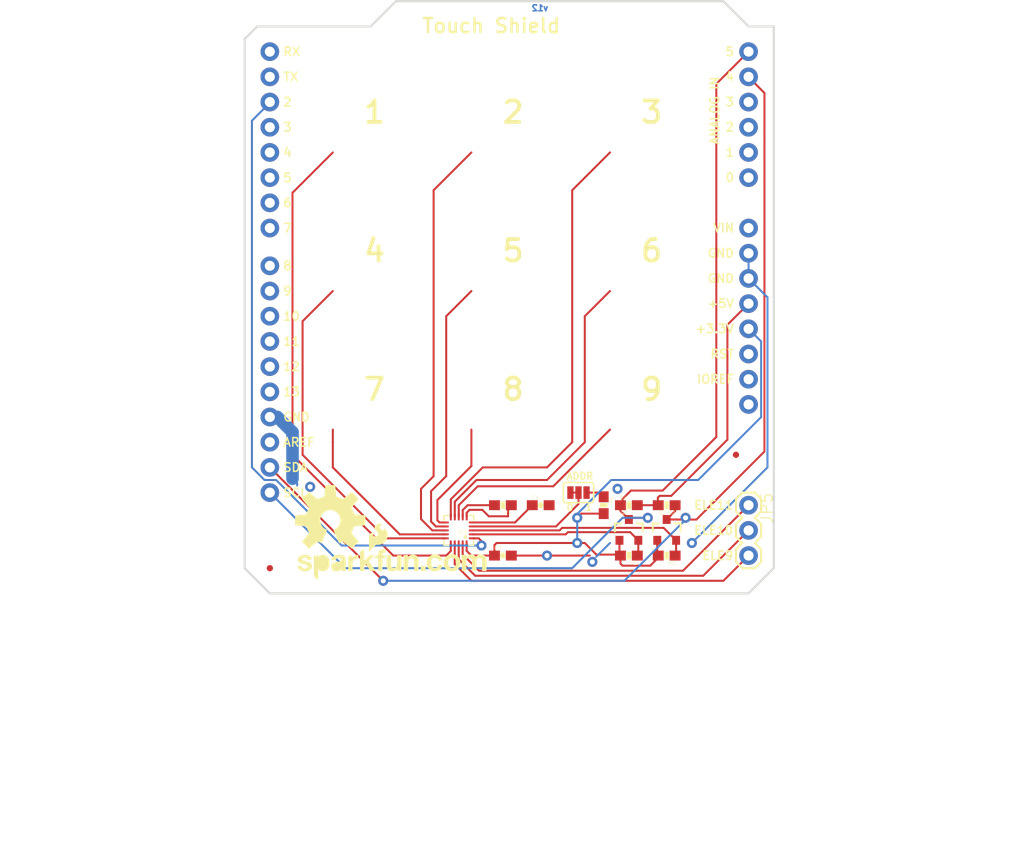
<source format=kicad_pcb>
(kicad_pcb (version 20211014) (generator pcbnew)
  (layers (0 "F.Cu" signal) (31 "B.Cu" signal) (34 "B.Paste" user) (35 "F.Paste" user) (36 "B.SilkS" user "B.Silkscreen") (37 "F.SilkS" user "F.Silkscreen") (38 "B.Mask" user) (39 "F.Mask" user) (44 "Edge.Cuts" user))
  (net 0 "")
  (net 1 "VREG")
  (net 2 "*IRQ")
  (net 3 "SCL_L")
  (net 4 "SDA_L")
  (net 5 "REXT")
  (net 6 "GND")
  (net 7 "ELE11")
  (net 8 "ELE10")
  (net 9 "ELE9")
  (net 10 "PAD1")
  (net 11 "PAD4")
  (net 12 "PAD8")
  (net 13 "PAD7")
  (net 14 "PAD2")
  (net 15 "PAD5")
  (net 16 "PAD9")
  (net 17 "PAD6")
  (net 18 "PAD3")
  (net 19 "3.3V")
  (net 20 "5V")
  (net 21 "SCL_H")
  (net 22 "SDA_H")
  (net 23 "A0")
  (net 24 "A1")
  (net 25 "A2")
  (net 26 "A3")
  (net 27 "RESET")
  (net 28 "VIN")
  (net 29 "AREF")
  (net 30 "RX")
  (net 31 "TX")
  (net 32 "D3")
  (net 33 "D4")
  (net 34 "D5")
  (net 35 "D6")
  (net 36 "D7")
  (net 37 "D8")
  (net 38 "D9")
  (net 39 "D10")
  (net 40 "D11")
  (net 41 "D12")
  (net 42 "D13")
  (net 43 "N$1")
  (net 44 "N$2")
  (net 45 "IOREF")
  (footprint "boardEagle:SFE-NEW-WEBLOGO" (layer "F.Cu") (at 127.1651 133.5278)
    (fp_text reference "JP1" hide)
    (fp_text value "LOGO-SFENEW" hide)
  )
  (footprint "boardEagle:0603-RES" (layer "F.Cu") (at 147.8661 125.9586 180)
    (fp_text reference "R1" (at -0.889 -0.762) (layer "F.SilkS") (effects (font (size 0.376489 0.376489) (thickness 0.029911)) (justify right)))
    (fp_text value "75k")
    (pad "1" smd rect (at -0.85 0 180) (size 1.1 1) (layers "F.Cu" "F.Paste" "F.Mask") (net 6 "GND"))
    (pad "2" smd rect (at 0.85 0 180) (size 1.1 1) (layers "F.Cu" "F.Paste" "F.Mask") (net 5 "REXT"))
  )
  (footprint "boardEagle:MICRO-FIDUCIAL" (layer "F.Cu") (at 124.3711 132.3086)
    (fp_text reference "FID1" hide)
    (fp_text value "FIDUCIALUFIDUCIAL" hide)
    (pad "1" smd roundrect (at 0 0) (size 0.635 0.635) (layers "F.Cu" "F.Mask") (roundrect_rratio 0.5))
  )
  (footprint "boardEagle:0603-RES" (layer "F.Cu") (at 164.3761 131.0386 180)
    (fp_text reference "R3" (at -0.889 -0.762) (layer "F.SilkS") (effects (font (size 0.376489 0.376489) (thickness 0.029911)) (justify right)))
    (fp_text value "10k")
    (pad "1" smd rect (at -0.85 0 180) (size 1.1 1) (layers "F.Cu" "F.Paste" "F.Mask") (net 4 "SDA_L"))
    (pad "2" smd rect (at 0.85 0 180) (size 1.1 1) (layers "F.Cu" "F.Paste" "F.Mask") (net 19 "3.3V"))
  )
  (footprint "boardEagle:MICRO-FIDUCIAL" (layer "F.Cu") (at 171.3611 120.8786)
    (fp_text reference "FID2" hide)
    (fp_text value "FIDUCIALUFIDUCIAL" hide)
    (pad "1" smd roundrect (at 0 0) (size 0.635 0.635) (layers "F.Cu" "F.Mask") (roundrect_rratio 0.5))
  )
  (footprint "boardEagle:OSHW-LOGO-L" (layer "F.Cu") (at 130.4671 127.4826)
    (fp_text reference "U$5" hide)
    (fp_text value "OSHW-LOGOL" hide)
  )
  (footprint "boardEagle:0603-CAP" (layer "F.Cu") (at 147.8661 131.0386)
    (fp_text reference "C2" (at -0.889 -0.762) (layer "F.SilkS") (effects (font (size 0.376489 0.376489) (thickness 0.029911)) (justify left)))
    (fp_text value "0.1uF")
    (pad "1" smd rect (at -0.85 0) (size 1.1 1) (layers "F.Cu" "F.Paste" "F.Mask") (net 19 "3.3V"))
    (pad "2" smd rect (at 0.85 0) (size 1.1 1) (layers "F.Cu" "F.Paste" "F.Mask") (net 6 "GND"))
  )
  (footprint "boardEagle:0603-RES" (layer "F.Cu") (at 160.5661 125.9586)
    (fp_text reference "R4" (at -0.889 -0.762) (layer "F.SilkS") (effects (font (size 0.376489 0.376489) (thickness 0.029911)) (justify left)))
    (fp_text value "10k")
    (pad "1" smd rect (at -0.85 0) (size 1.1 1) (layers "F.Cu" "F.Paste" "F.Mask") (net 21 "SCL_H"))
    (pad "2" smd rect (at 0.85 0) (size 1.1 1) (layers "F.Cu" "F.Paste" "F.Mask") (net 20 "5V"))
  )
  (footprint "boardEagle:0603-RES" (layer "F.Cu") (at 160.5661 131.0386 180)
    (fp_text reference "R5" (at -0.889 -0.762) (layer "F.SilkS") (effects (font (size 0.376489 0.376489) (thickness 0.029911)) (justify right)))
    (fp_text value "10k")
    (pad "1" smd rect (at -0.85 0 180) (size 1.1 1) (layers "F.Cu" "F.Paste" "F.Mask") (net 3 "SCL_L"))
    (pad "2" smd rect (at 0.85 0 180) (size 1.1 1) (layers "F.Cu" "F.Paste" "F.Mask") (net 19 "3.3V"))
  )
  (footprint "boardEagle:SOT23-3" (layer "F.Cu") (at 164.3761 128.4986)
    (fp_text reference "Q1" (at -0.8255 -1.778) (layer "F.SilkS") (effects (font (size 0.376489 0.376489) (thickness 0.029911)) (justify left)))
    (fp_text value "BSS138")
    (pad "1" smd rect (at -0.95 1) (size 0.8 0.9) (layers "F.Cu" "F.Paste" "F.Mask") (net 19 "3.3V"))
    (pad "2" smd rect (at 0.95 1) (size 0.8 0.9) (layers "F.Cu" "F.Paste" "F.Mask") (net 4 "SDA_L"))
    (pad "3" smd rect (at 0 -1.1) (size 0.8 0.9) (layers "F.Cu" "F.Paste" "F.Mask") (net 22 "SDA_H"))
  )
  (footprint "boardEagle:0603-CAP" (layer "F.Cu") (at 151.6761 125.9586)
    (fp_text reference "C1" (at -0.889 -0.762) (layer "F.SilkS") (effects (font (size 0.376489 0.376489) (thickness 0.029911)) (justify left)))
    (fp_text value "0.1uF")
    (pad "1" smd rect (at -0.85 0) (size 1.1 1) (layers "F.Cu" "F.Paste" "F.Mask") (net 1 "VREG"))
    (pad "2" smd rect (at 0.85 0) (size 1.1 1) (layers "F.Cu" "F.Paste" "F.Mask") (net 6 "GND"))
  )
  (footprint "boardEagle:UNO_R3_SHIELD" (layer "F.Cu") (at 121.8311 134.8486)
    (fp_text reference "U1" hide)
    (fp_text value "ARDUINO_R3_SHIELD" hide)
    (fp_text user "GND" (at 49.4157 -34.798) (layer "F.SilkS") (effects (font (size 0.8636 0.8636) (thickness 0.1524)) (justify right top)))
    (fp_text user "SDA" (at 3.81 -12.192) (layer "F.SilkS") (effects (font (size 0.8636 0.8636) (thickness 0.1524)) (justify left bottom)))
    (fp_text user "6" (at 3.81 -38.862) (layer "F.SilkS") (effects (font (size 0.8636 0.8636) (thickness 0.1524)) (justify left bottom)))
    (fp_text user "IOREF" (at 49.4157 -22.098) (layer "F.SilkS") (effects (font (size 0.8636 0.8636) (thickness 0.1524)) (justify right top)))
    (fp_text user "2" (at 3.81 -49.022) (layer "F.SilkS") (effects (font (size 0.8636 0.8636) (thickness 0.1524)) (justify left bottom)))
    (fp_text user "1" (at 49.4157 -44.958) (layer "F.SilkS") (effects (font (size 0.8636 0.8636) (thickness 0.1524)) (justify right top)))
    (fp_text user "3" (at 49.4157 -50.038) (layer "F.SilkS") (effects (font (size 0.8636 0.8636) (thickness 0.1524)) (justify right top)))
    (fp_text user "GND" (at 49.4157 -32.258) (layer "F.SilkS") (effects (font (size 0.8636 0.8636) (thickness 0.1524)) (justify right top)))
    (fp_text user "VIN" (at 49.4157 -37.338) (layer "F.SilkS") (effects (font (size 0.8636 0.8636) (thickness 0.1524)) (justify right top)))
    (fp_text user "+3.3V" (at 49.4157 -27.178) (layer "F.SilkS") (effects (font (size 0.8636 0.8636) (thickness 0.1524)) (justify right top)))
    (fp_text user "RST" (at 49.4157 -24.638) (layer "F.SilkS") (effects (font (size 0.8636 0.8636) (thickness 0.1524)) (justify right top)))
    (fp_text user "SCL" (at 3.81 -9.652) (layer "F.SilkS") (effects (font (size 0.8636 0.8636) (thickness 0.1524)) (justify left bottom)))
    (fp_text user "12" (at 3.81 -22.352) (layer "F.SilkS") (effects (font (size 0.8636 0.8636) (thickness 0.1524)) (justify left bottom)))
    (fp_text user "9" (at 3.81 -29.972) (layer "F.SilkS") (effects (font (size 0.8636 0.8636) (thickness 0.1524)) (justify left bottom)))
    (fp_text user "RX" (at 3.81 -54.102) (layer "F.SilkS") (effects (font (size 0.8636 0.8636) (thickness 0.1524)) (justify left bottom)))
    (fp_text user "5" (at 3.81 -41.402) (layer "F.SilkS") (effects (font (size 0.8636 0.8636) (thickness 0.1524)) (justify left bottom)))
    (fp_text user "GND" (at 3.81 -17.272) (layer "F.SilkS") (effects (font (size 0.8636 0.8636) (thickness 0.1524)) (justify left bottom)))
    (fp_text user "+5V" (at 49.4157 -29.718) (layer "F.SilkS") (effects (font (size 0.8636 0.8636) (thickness 0.1524)) (justify right top)))
    (fp_text user "11" (at 3.81 -24.892) (layer "F.SilkS") (effects (font (size 0.8636 0.8636) (thickness 0.1524)) (justify left bottom)))
    (fp_text user "4" (at 3.81 -43.942) (layer "F.SilkS") (effects (font (size 0.8636 0.8636) (thickness 0.1524)) (justify left bottom)))
    (fp_text user "13" (at 3.81 -19.812) (layer "F.SilkS") (effects (font (size 0.8636 0.8636) (thickness 0.1524)) (justify left bottom)))
    (fp_text user "0" (at 49.4157 -42.418) (layer "F.SilkS") (effects (font (size 0.8636 0.8636) (thickness 0.1524)) (justify right top)))
    (fp_text user "AREF" (at 3.81 -14.732) (layer "F.SilkS") (effects (font (size 0.8636 0.8636) (thickness 0.1524)) (justify left bottom)))
    (fp_text user "4" (at 49.4157 -52.578) (layer "F.SilkS") (effects (font (size 0.8636 0.8636) (thickness 0.1524)) (justify right top)))
    (fp_text user "2" (at 49.4157 -47.498) (layer "F.SilkS") (effects (font (size 0.8636 0.8636) (thickness 0.1524)) (justify right top)))
    (fp_text user "8" (at 3.81 -32.512) (layer "F.SilkS") (effects (font (size 0.8636 0.8636) (thickness 0.1524)) (justify left bottom)))
    (fp_text user "3" (at 3.81 -46.482) (layer "F.SilkS") (effects (font (size 0.8636 0.8636) (thickness 0.1524)) (justify left bottom)))
    (fp_text user "TX" (at 3.81 -51.562) (layer "F.SilkS") (effects (font (size 0.8636 0.8636) (thickness 0.1524)) (justify left bottom)))
    (fp_text user "7" (at 3.81 -36.322) (layer "F.SilkS") (effects (font (size 0.8636 0.8636) (thickness 0.1524)) (justify left bottom)))
    (fp_text user "ANALOG IN" (at 46.8757 -52.197 90) (layer "F.SilkS") (effects (font (size 0.8636 0.8636) (thickness 0.1524)) (justify right top)))
    (fp_text user "5" (at 49.4157 -55.118) (layer "F.SilkS") (effects (font (size 0.8636 0.8636) (thickness 0.1524)) (justify right top)))
    (fp_text user "10" (at 3.81 -27.432) (layer "F.SilkS") (effects (font (size 0.8636 0.8636) (thickness 0.1524)) (justify left bottom)))
    (pad "3.3V" thru_hole circle (at 50.8 -26.67 90) (size 1.8796 1.8796) (drill 1.016) (layers *.Cu *.Mask) (net 19 "3.3V"))
    (pad "5V" thru_hole circle (at 50.8 -29.21 90) (size 1.8796 1.8796) (drill 1.016) (layers *.Cu *.Mask) (net 20 "5V"))
    (pad "A0" thru_hole circle (at 50.8 -41.91 90) (size 1.8796 1.8796) (drill 1.016) (layers *.Cu *.Mask) (net 23 "A0"))
    (pad "A1" thru_hole circle (at 50.8 -44.45 90) (size 1.8796 1.8796) (drill 1.016) (layers *.Cu *.Mask) (net 24 "A1"))
    (pad "A2" thru_hole circle (at 50.8 -46.99 90) (size 1.8796 1.8796) (drill 1.016) (layers *.Cu *.Mask) (net 25 "A2"))
    (pad "A3" thru_hole circle (at 50.8 -49.53 90) (size 1.8796 1.8796) (drill 1.016) (layers *.Cu *.Mask) (net 26 "A3"))
    (pad "A4" thru_hole circle (at 50.8 -52.07 90) (size 1.8796 1.8796) (drill 1.016) (layers *.Cu *.Mask) (net 22 "SDA_H"))
    (pad "A5" thru_hole circle (at 50.8 -54.61 90) (size 1.8796 1.8796) (drill 1.016) (layers *.Cu *.Mask) (net 21 "SCL_H"))
    (pad "AREF" thru_hole circle (at 2.54 -15.24 90) (size 1.8796 1.8796) (drill 1.016) (layers *.Cu *.Mask) (net 29 "AREF"))
    (pad "D2" thru_hole circle (at 2.54 -49.53 90) (size 1.8796 1.8796) (drill 1.016) (layers *.Cu *.Mask) (net 2 "*IRQ"))
    (pad "D3" thru_hole circle (at 2.54 -46.99 90) (size 1.8796 1.8796) (drill 1.016) (layers *.Cu *.Mask) (net 32 "D3"))
    (pad "D4" thru_hole circle (at 2.54 -44.45 90) (size 1.8796 1.8796) (drill 1.016) (layers *.Cu *.Mask) (net 33 "D4"))
    (pad "D5" thru_hole circle (at 2.54 -41.91 90) (size 1.8796 1.8796) (drill 1.016) (layers *.Cu *.Mask) (net 34 "D5"))
    (pad "D6" thru_hole circle (at 2.54 -39.37 90) (size 1.8796 1.8796) (drill 1.016) (layers *.Cu *.Mask) (net 35 "D6"))
    (pad "D7" thru_hole circle (at 2.54 -36.83 90) (size 1.8796 1.8796) (drill 1.016) (layers *.Cu *.Mask) (net 36 "D7"))
    (pad "D8" thru_hole circle (at 2.54 -33.02 90) (size 1.8796 1.8796) (drill 1.016) (layers *.Cu *.Mask) (net 37 "D8"))
    (pad "D9" thru_hole circle (at 2.54 -30.48 90) (size 1.8796 1.8796) (drill 1.016) (layers *.Cu *.Mask) (net 38 "D9"))
    (pad "D10" thru_hole circle (at 2.54 -27.94 90) (size 1.8796 1.8796) (drill 1.016) (layers *.Cu *.Mask) (net 39 "D10"))
    (pad "D11" thru_hole circle (at 2.54 -25.4 90) (size 1.8796 1.8796) (drill 1.016) (layers *.Cu *.Mask) (net 40 "D11"))
    (pad "D12" thru_hole circle (at 2.54 -22.86 90) (size 1.8796 1.8796) (drill 1.016) (layers *.Cu *.Mask) (net 41 "D12"))
    (pad "D13" thru_hole circle (at 2.54 -20.32 90) (size 1.8796 1.8796) (drill 1.016) (layers *.Cu *.Mask) (net 42 "D13"))
    (pad "GND@0" thru_hole circle (at 50.8 -31.75 90) (size 1.8796 1.8796) (drill 1.016) (layers *.Cu *.Mask) (net 6 "GND"))
    (pad "GND@1" thru_hole circle (at 50.8 -34.29 90) (size 1.8796 1.8796) (drill 1.016) (layers *.Cu *.Mask) (net 6 "GND"))
    (pad "GND@2" thru_hole circle (at 2.54 -17.78 90) (size 1.8796 1.8796) (drill 1.016) (layers *.Cu *.Mask) (net 6 "GND"))
    (pad "IOREF" thru_hole circle (at 50.8 -21.59 90) (size 1.8796 1.8796) (drill 1.016) (layers *.Cu *.Mask) (net 45 "IOREF"))
    (pad "NC" thru_hole circle (at 50.8 -19.05 90) (size 1.8796 1.8796) (drill 1.016) (layers *.Cu *.Mask))
    (pad "RES" thru_hole circle (at 50.8 -24.13 90) (size 1.8796 1.8796) (drill 1.016) (layers *.Cu *.Mask) (net 27 "RESET"))
    (pad "RX" thru_hole circle (at 2.54 -54.61 90) (size 1.8796 1.8796) (drill 1.016) (layers *.Cu *.Mask) (net 30 "RX"))
    (pad "SCL" thru_hole circle (at 2.54 -10.16 90) (size 1.8796 1.8796) (drill 1.016) (layers *.Cu *.Mask) (net 21 "SCL_H"))
    (pad "SDA" thru_hole circle (at 2.54 -12.7 90) (size 1.8796 1.8796) (drill 1.016) (layers *.Cu *.Mask) (net 22 "SDA_H"))
    (pad "TX" thru_hole circle (at 2.54 -52.07 90) (size 1.8796 1.8796) (drill 1.016) (layers *.Cu *.Mask) (net 31 "TX"))
    (pad "VIN" thru_hole circle (at 50.8 -36.83 90) (size 1.8796 1.8796) (drill 1.016) (layers *.Cu *.Mask) (net 28 "VIN"))
  )
  (footprint "boardEagle:SJ_3_PASTE1&2" (layer "F.Cu") (at 155.4861 124.6886)
    (fp_text reference "SJ1" (at -1.27 -1.27) (layer "F.SilkS") (effects (font (size 0.376489 0.376489) (thickness 0.029911)) (justify left)))
    (fp_text value "")
    (pad "1" smd rect (at -0.8128 0) (size 0.635 1.27) (layers "F.Cu" "F.Mask") (net 6 "GND"))
    (pad "2" smd rect (at 0 0) (size 0.635 1.27) (layers "F.Cu" "F.Mask") (net 43 "N$1"))
    (pad "3" smd rect (at 0.8128 0) (size 0.635 1.27) (layers "F.Cu" "F.Mask") (net 44 "N$2"))
  )
  (footprint "boardEagle:SOT23-3" (layer "F.Cu") (at 160.5661 128.4986)
    (fp_text reference "Q2" (at -0.8255 -1.778) (layer "F.SilkS") (effects (font (size 0.376489 0.376489) (thickness 0.029911)) (justify left)))
    (fp_text value "BSS138")
    (pad "1" smd rect (at -0.95 1) (size 0.8 0.9) (layers "F.Cu" "F.Paste" "F.Mask") (net 19 "3.3V"))
    (pad "2" smd rect (at 0.95 1) (size 0.8 0.9) (layers "F.Cu" "F.Paste" "F.Mask") (net 3 "SCL_L"))
    (pad "3" smd rect (at 0 -1.1) (size 0.8 0.9) (layers "F.Cu" "F.Paste" "F.Mask") (net 21 "SCL_H"))
  )
  (footprint "boardEagle:REVISION" (layer "F.Cu") (at 128.8161 160.2486)
    (fp_text reference "U$1" hide)
    (fp_text value "REVISION" hide)
  )
  (footprint "boardEagle:CREATIVE_COMMONS" (layer "F.Cu") (at 117.490644 157.7086)
    (fp_text reference "FRAME1" hide)
    (fp_text value "FRAME-LETTER" hide)
  )
  (footprint "boardEagle:QFN-20-0.4MM-V2" (layer "F.Cu") (at 143.4211 128.4986 180)
    (fp_text reference "IC1" (at -0.889 -0.2032) (layer "F.SilkS") (effects (font (size 0.376489 0.376489) (thickness 0.029911)) (justify right)))
    (fp_text value "MPR121")
    (pad "1" smd roundrect (at -1.366978 -0.8 270) (size 0.195 0.75) (layers "F.Cu" "F.Paste" "F.Mask") (roundrect_rratio 0.5) (net 2 "*IRQ"))
    (pad "2" smd roundrect (at -1.366978 -0.4 270) (size 0.195 0.75) (layers "F.Cu" "F.Paste" "F.Mask") (roundrect_rratio 0.5) (net 3 "SCL_L"))
    (pad "3" smd roundrect (at -1.366978 0 270) (size 0.195 0.75) (layers "F.Cu" "F.Paste" "F.Mask") (roundrect_rratio 0.5) (net 4 "SDA_L"))
    (pad "4" smd roundrect (at -1.366978 0.4 270) (size 0.195 0.75) (layers "F.Cu" "F.Paste" "F.Mask") (roundrect_rratio 0.5) (net 43 "N$1"))
    (pad "5" smd roundrect (at -1.366978 0.8 270) (size 0.195 0.75) (layers "F.Cu" "F.Paste" "F.Mask") (roundrect_rratio 0.5) (net 1 "VREG"))
    (pad "6" smd roundrect (at -0.794918 1.372059) (size 0.195 0.75) (layers "F.Cu" "F.Paste" "F.Mask") (roundrect_rratio 0.5) (net 6 "GND"))
    (pad "7" smd roundrect (at -0.394918 1.372059) (size 0.195 0.75) (layers "F.Cu" "F.Paste" "F.Mask") (roundrect_rratio 0.5) (net 5 "REXT"))
    (pad "8" smd roundrect (at 0.005081 1.372059) (size 0.195 0.75) (layers "F.Cu" "F.Paste" "F.Mask") (roundrect_rratio 0.5) (net 16 "PAD9"))
    (pad "9" smd roundrect (at 0.405081 1.372059) (size 0.195 0.75) (layers "F.Cu" "F.Paste" "F.Mask") (roundrect_rratio 0.5) (net 17 "PAD6"))
    (pad "10" smd roundrect (at 0.805081 1.372059) (size 0.195 0.75) (layers "F.Cu" "F.Paste" "F.Mask") (roundrect_rratio 0.5) (net 18 "PAD3"))
    (pad "11" smd roundrect (at 1.3746 0.8 90) (size 0.195 0.75) (layers "F.Cu" "F.Paste" "F.Mask") (roundrect_rratio 0.5) (net 12 "PAD8"))
    (pad "12" smd roundrect (at 1.3746 0.4 90) (size 0.195 0.75) (layers "F.Cu" "F.Paste" "F.Mask") (roundrect_rratio 0.5) (net 15 "PAD5"))
    (pad "13" smd roundrect (at 1.3746 0 90) (size 0.195 0.75) (layers "F.Cu" "F.Paste" "F.Mask") (roundrect_rratio 0.5) (net 14 "PAD2"))
    (pad "14" smd roundrect (at 1.3746 -0.4 90) (size 0.195 0.75) (layers "F.Cu" "F.Paste" "F.Mask") (roundrect_rratio 0.5) (net 13 "PAD7"))
    (pad "15" smd roundrect (at 1.3746 -0.8 90) (size 0.195 0.75) (layers "F.Cu" "F.Paste" "F.Mask") (roundrect_rratio 0.5) (net 11 "PAD4"))
    (pad "16" smd roundrect (at 0.810159 -1.372062 180) (size 0.195 0.75) (layers "F.Cu" "F.Paste" "F.Mask") (roundrect_rratio 0.5) (net 10 "PAD1"))
    (pad "17" smd roundrect (at 0.410159 -1.372062 180) (size 0.195 0.75) (layers "F.Cu" "F.Paste" "F.Mask") (roundrect_rratio 0.5) (net 9 "ELE9"))
    (pad "18" smd roundrect (at 0.010159 -1.372062 180) (size 0.195 0.75) (layers "F.Cu" "F.Paste" "F.Mask") (roundrect_rratio 0.5) (net 8 "ELE10"))
    (pad "19" smd roundrect (at -0.38984 -1.372062 180) (size 0.195 0.75) (layers "F.Cu" "F.Paste" "F.Mask") (roundrect_rratio 0.5) (net 7 "ELE11"))
    (pad "20" smd roundrect (at -0.78984 -1.372062 180) (size 0.195 0.75) (layers "F.Cu" "F.Paste" "F.Mask") (roundrect_rratio 0.5) (net 19 "3.3V"))
  )
  (footprint "boardEagle:1X03" (layer "F.Cu") (at 172.6311 125.9586 -90)
    (fp_text reference "JP5" (at -1.3462 -1.8288 90) (layer "F.SilkS") (effects (font (size 1.1557 1.1557) (thickness 0.1143)) (justify right)))
    (fp_text value "extra")
    (pad "1" thru_hole circle (at 0 0) (size 1.8796 1.8796) (drill 1.016) (layers *.Cu *.Mask) (net 7 "ELE11"))
    (pad "2" thru_hole circle (at 2.54 0) (size 1.8796 1.8796) (drill 1.016) (layers *.Cu *.Mask) (net 8 "ELE10"))
    (pad "3" thru_hole circle (at 5.08 0) (size 1.8796 1.8796) (drill 1.016) (layers *.Cu *.Mask) (net 9 "ELE9"))
  )
  (footprint "boardEagle:0603-RES" (layer "F.Cu") (at 158.0261 125.9586 -90)
    (fp_text reference "R6" (at -0.889 -0.762 90) (layer "F.SilkS") (effects (font (size 0.376489 0.376489) (thickness 0.029911)) (justify right)))
    (fp_text value "10K")
    (pad "1" smd rect (at -0.85 0 270) (size 1.1 1) (layers "F.Cu" "F.Paste" "F.Mask") (net 44 "N$2"))
    (pad "2" smd rect (at 0.85 0 270) (size 1.1 1) (layers "F.Cu" "F.Paste" "F.Mask") (net 19 "3.3V"))
  )
  (footprint "boardEagle:0603-RES" (layer "F.Cu") (at 164.3761 125.9586 180)
    (fp_text reference "R2" (at -0.889 -0.762) (layer "F.SilkS") (effects (font (size 0.376489 0.376489) (thickness 0.029911)) (justify right)))
    (fp_text value "10k")
    (pad "1" smd rect (at -0.85 0 180) (size 1.1 1) (layers "F.Cu" "F.Paste" "F.Mask") (net 22 "SDA_H"))
    (pad "2" smd rect (at 0.85 0 180) (size 1.1 1) (layers "F.Cu" "F.Paste" "F.Mask") (net 20 "5V"))
  )
  (gr_line (start 172.6311 77.6986) (end 175.1711 77.6986) (layer "Edge.Cuts") (width 0.2032))
  (gr_line (start 121.8311 78.9686) (end 123.1011 77.6986) (layer "Edge.Cuts") (width 0.2032))
  (gr_line (start 175.1711 132.3086) (end 172.6311 134.8486) (layer "Edge.Cuts") (width 0.2032))
  (gr_line (start 170.0911 75.1586) (end 172.6311 77.6986) (layer "Edge.Cuts") (width 0.2032))
  (gr_line (start 172.6311 134.8486) (end 124.3711 134.8486) (layer "Edge.Cuts") (width 0.2032))
  (gr_line (start 175.1711 77.6986) (end 175.1711 132.3086) (layer "Edge.Cuts") (width 0.2032))
  (gr_line (start 121.8311 132.3086) (end 121.8311 78.9686) (layer "Edge.Cuts") (width 0.2032))
  (gr_line (start 123.1011 77.6986) (end 134.5311 77.6986) (layer "Edge.Cuts") (width 0.2032))
  (gr_line (start 124.3711 134.8486) (end 121.8311 132.3086) (layer "Edge.Cuts") (width 0.2032))
  (gr_line (start 134.5311 77.6986) (end 137.0711 75.1586) (layer "Edge.Cuts") (width 0.2032))
  (gr_line (start 137.0711 75.1586) (end 170.0911 75.1586) (layer "Edge.Cuts") (width 0.2032))
  (gr_text "v12" (at 152.5143 76.2) (layer "B.Cu") (effects (font (size 0.6096 0.6096) (thickness 0.2032)) (justify left bottom mirror)))
  (gr_text "0" (at 154.2161 126.5936) (layer "F.SilkS") (effects (font (size 0.69088 0.69088) (thickness 0.12192)) (justify left bottom)))
  (gr_text "Touch Shield" (at 139.6111 78.4606) (layer "F.SilkS") (effects (font (size 1.42494 1.42494) (thickness 0.25146)) (justify left bottom)))
  (gr_text "ELE10" (at 171.1579 127.9906) (layer "F.SilkS") (effects (font (size 0.8636 0.8636) (thickness 0.1524)) (justify right top)))
  (gr_text "9" (at 161.5821 115.5446) (layer "F.SilkS") (effects (font (size 2.159 2.159) (thickness 0.381)) (justify left bottom)))
  (gr_text "ELE11" (at 171.1579 125.4506) (layer "F.SilkS") (effects (font (size 0.8636 0.8636) (thickness 0.1524)) (justify right top)))
  (gr_text "5" (at 147.6121 101.5746) (layer "F.SilkS") (effects (font (size 2.159 2.159) (thickness 0.381)) (justify left bottom)))
  (gr_text "7" (at 133.6421 115.5446) (layer "F.SilkS") (effects (font (size 2.159 2.159) (thickness 0.381)) (justify left bottom)))
  (gr_text "1" (at 156.1211 126.5936) (layer "F.SilkS") (effects (font (size 0.69088 0.69088) (thickness 0.12192)) (justify left bottom)))
  (gr_text "1" (at 133.6421 87.6046) (layer "F.SilkS") (effects (font (size 2.159 2.159) (thickness 0.381)) (justify left bottom)))
  (gr_text "8" (at 147.6121 115.5446) (layer "F.SilkS") (effects (font (size 2.159 2.159) (thickness 0.381)) (justify left bottom)))
  (gr_text "4" (at 133.6421 101.5746) (layer "F.SilkS") (effects (font (size 2.159 2.159) (thickness 0.381)) (justify left bottom)))
  (gr_text "6" (at 161.5821 101.5746) (layer "F.SilkS") (effects (font (size 2.159 2.159) (thickness 0.381)) (justify left bottom)))
  (gr_text "ELE9" (at 171.1579 130.5306) (layer "F.SilkS") (effects (font (size 0.8636 0.8636) (thickness 0.1524)) (justify right top)))
  (gr_text "3" (at 161.5821 87.6046) (layer "F.SilkS") (effects (font (size 2.159 2.159) (thickness 0.381)) (justify left bottom)))
  (gr_text "2" (at 147.6121 87.6046) (layer "F.SilkS") (effects (font (size 2.159 2.159) (thickness 0.381)) (justify left bottom)))
  (gr_text "ADDR" (at 154.2161 123.4186) (layer "F.SilkS") (effects (font (size 0.69088 0.69088) (thickness 0.12192)) (justify left bottom)))
  (segment (start 149.0861 127.6986) (end 150.8261 125.9586) (width 0.2032) (layer "F.Cu") (net 1))
  (segment (start 144.788078 127.6986) (end 149.0861 127.6986) (width 0.2032) (layer "F.Cu") (net 1))
  (segment (start 145.4276 129.2986) (end 145.796 129.667) (width 0.2032) (layer "F.Cu") (net 2))
  (segment (start 144.788078 129.2986) (end 145.4276 129.2986) (width 0.2032) (layer "F.Cu") (net 2))
  (segment (start 145.796 129.9337) (end 145.7071 130.0226) (width 0.2032) (layer "F.Cu") (net 2))
  (segment (start 145.796 129.667) (end 145.796 129.9337) (width 0.2032) (layer "F.Cu") (net 2))
  (via (at 145.7071 130.0226) (size 1.016) (drill 0.508) (layers "F.Cu" "B.Cu") (net 2))
  (segment (start 125.0061 123.4186) (end 131.6101 130.0226) (width 0.2032) (layer "B.Cu") (net 2))
  (segment (start 124.3711 85.3948) (end 124.3711 85.3186) (width 0.2032) (layer "B.Cu") (net 2))
  (segment (start 122.5677 122.1486) (end 122.5677 87.1982) (width 0.2032) (layer "B.Cu") (net 2))
  (segment (start 131.6101 130.0226) (end 145.7071 130.0226) (width 0.2032) (layer "B.Cu") (net 2))
  (segment (start 122.5677 87.1982) (end 124.3711 85.3948) (width 0.2032) (layer "B.Cu") (net 2))
  (segment (start 123.8377 123.4186) (end 122.5677 122.1486) (width 0.2032) (layer "B.Cu") (net 2))
  (segment (start 123.8377 123.4186) (end 125.0061 123.4186) (width 0.2032) (layer "B.Cu") (net 2))
  (segment (start 154.4193 128.6764) (end 160.6939 128.6764) (width 0.2032) (layer "F.Cu") (net 3))
  (segment (start 144.788078 128.8986) (end 154.1971 128.8986) (width 0.2032) (layer "F.Cu") (net 3))
  (segment (start 154.1971 128.8986) (end 154.4193 128.6764) (width 0.2032) (layer "F.Cu") (net 3))
  (segment (start 160.6939 128.6764) (end 161.5161 129.4986) (width 0.2032) (layer "F.Cu") (net 3))
  (segment (start 161.5161 129.4986) (end 161.5161 130.9386) (width 0.2032) (layer "F.Cu") (net 3))
  (segment (start 161.5161 130.9386) (end 161.4161 131.0386) (width 0.2032) (layer "F.Cu") (net 3))
  (segment (start 153.5811 128.4986) (end 153.8351 128.2446) (width 0.2032) (layer "F.Cu") (net 4))
  (segment (start 164.0721 128.2446) (end 165.3261 129.4986) (width 0.2032) (layer "F.Cu") (net 4))
  (segment (start 165.3261 129.4986) (end 165.3261 130.9386) (width 0.2032) (layer "F.Cu") (net 4))
  (segment (start 165.3261 130.9386) (end 165.2261 131.0386) (width 0.2032) (layer "F.Cu") (net 4))
  (segment (start 153.8351 128.2446) (end 164.0721 128.2446) (width 0.2032) (layer "F.Cu") (net 4))
  (segment (start 144.788078 128.4986) (end 153.5811 128.4986) (width 0.2032) (layer "F.Cu") (net 4))
  (segment (start 143.816018 127.126541) (end 143.816018 126.452682) (width 0.2032) (layer "F.Cu") (net 5))
  (segment (start 144.3101 125.9586) (end 147.0161 125.9586) (width 0.2032) (layer "F.Cu") (net 5))
  (segment (start 143.816018 126.452682) (end 144.3101 125.9586) (width 0.2032) (layer "F.Cu") (net 5))
  (segment (start 146.4437 127.0762) (end 148.3868 127.0762) (width 0.2032) (layer "F.Cu") (net 6))
  (segment (start 144.216018 126.713082) (end 144.5006 126.4285) (width 0.2032) (layer "F.Cu") (net 6))
  (segment (start 148.3868 126.2879) (end 148.7161 125.9586) (width 0.2032) (layer "F.Cu") (net 6))
  (segment (start 144.216018 127.126541) (end 144.216018 126.713082) (width 0.2032) (layer "F.Cu") (net 6))
  (segment (start 145.796 126.4285) (end 146.4437 127.0762) (width 0.2032) (layer "F.Cu") (net 6))
  (segment (start 148.7161 131.0386) (end 156.6291 131.0386) (width 0.2032) (layer "F.Cu") (net 6))
  (segment (start 144.5006 126.4285) (end 145.796 126.4285) (width 0.2032) (layer "F.Cu") (net 6))
  (segment (start 154.6733 124.6886) (end 155.4861 124.6886) (width 0.2032) (layer "F.Cu") (net 6))
  (segment (start 148.3868 127.0762) (end 148.3868 126.2879) (width 0.2032) (layer "F.Cu") (net 6))
  (via (at 128.4351 124.1044) (size 1.016) (drill 0.508) (layers "F.Cu" "B.Cu") (net 6))
  (via (at 156.8831 131.6736) (size 1.016) (drill 0.508) (layers "F.Cu" "B.Cu") (net 6))
  (via (at 166.9161 129.7686) (size 1.016) (drill 0.508) (layers "F.Cu" "B.Cu") (net 6))
  (via (at 152.3111 131.0386) (size 1.016) (drill 0.508) (layers "F.Cu" "B.Cu") (net 6))
  (via (at 159.4231 124.3076) (size 1.016) (drill 0.508) (layers "F.Cu" "B.Cu") (net 6))
  (segment (start 125.1331 117.0686) (end 124.3711 117.0686) (width 1.27) (layer "B.Cu") (net 6))
  (segment (start 127.127 123.7615) (end 126.6571 123.2916) (width 0.2032) (layer "B.Cu") (net 6))
  (segment (start 127.127 123.9774) (end 127.127 123.7615) (width 0.2032) (layer "B.Cu") (net 6))
  (segment (start 126.6571 123.2916) (end 126.6571 118.5926) (width 1.27) (layer "B.Cu") (net 6))
  (segment (start 174.5361 122.1486) (end 166.9161 129.7686) (width 0.2032) (layer "B.Cu") (net 6))
  (segment (start 126.6571 118.5926) (end 125.1331 117.0686) (width 1.27) (layer "B.Cu") (net 6))
  (segment (start 157.2641 131.1656) (end 158.6611 129.7686) (width 0.2032) (layer "B.Cu") (net 6))
  (segment (start 174.5361 105.0036) (end 174.5361 122.1486) (width 0.2032) (layer "B.Cu") (net 6))
  (segment (start 172.6311 103.0986) (end 174.5361 105.0036) (width 0.2032) (layer "B.Cu") (net 6))
  (segment (start 172.6311 100.5586) (end 172.6311 103.0986) (width 0.2032) (layer "B.Cu") (net 6))
  (segment (start 145.4531 132.5626) (end 166.0271 132.5626) (width 0.2032) (layer "F.Cu") (net 7))
  (segment (start 166.0271 132.5626) (end 172.6311 125.9586) (width 0.2032) (layer "F.Cu") (net 7))
  (segment (start 143.81094 129.870663) (end 143.81094 130.920441) (width 0.2032) (layer "F.Cu") (net 7))
  (segment (start 145.4531 132.5626) (end 143.81094 130.920441) (width 0.2032) (layer "F.Cu") (net 7))
  (segment (start 145.0721 133.0706) (end 168.0591 133.0706) (width 0.2032) (layer "F.Cu") (net 8))
  (segment (start 143.41094 129.870663) (end 143.41094 131.409441) (width 0.2032) (layer "F.Cu") (net 8))
  (segment (start 168.0591 133.0706) (end 172.6311 128.4986) (width 0.2032) (layer "F.Cu") (net 8))
  (segment (start 143.41094 131.409441) (end 145.0721 133.0706) (width 0.2032) (layer "F.Cu") (net 8))
  (segment (start 144.6911 133.5786) (end 170.0911 133.5786) (width 0.2032) (layer "F.Cu") (net 9))
  (segment (start 170.0911 133.5786) (end 172.6311 131.0386) (width 0.2032) (layer "F.Cu") (net 9))
  (segment (start 143.01094 131.898441) (end 144.6911 133.5786) (width 0.2032) (layer "F.Cu") (net 9))
  (segment (start 143.01094 129.870663) (end 143.01094 131.898441) (width 0.2032) (layer "F.Cu") (net 9))
  (segment (start 126.6571 94.4626) (end 130.7211 90.3986) (width 0.2032) (layer "F.Cu") (net 10))
  (segment (start 142.61094 130.57876) (end 142.1511 131.0386) (width 0.2032) (layer "F.Cu") (net 10))
  (segment (start 142.61094 129.870663) (end 142.61094 130.57876) (width 0.2032) (layer "F.Cu") (net 10))
  (segment (start 142.1511 131.0386) (end 136.8171 131.0386) (width 0.2032) (layer "F.Cu") (net 10))
  (segment (start 136.8171 131.0386) (end 126.6571 120.8786) (width 0.2032) (layer "F.Cu") (net 10))
  (segment (start 126.6571 94.4626) (end 126.6571 120.8786) (width 0.2032) (layer "F.Cu") (net 10))
  (segment (start 127.6731 107.4166) (end 130.7211 104.3686) (width 0.2032) (layer "F.Cu") (net 11))
  (segment (start 142.0465 129.2986) (end 136.0931 129.2986) (width 0.2032) (layer "F.Cu") (net 11))
  (segment (start 127.6731 107.4166) (end 127.6731 120.8786) (width 0.2032) (layer "F.Cu") (net 11))
  (segment (start 127.6731 120.8786) (end 136.0931 129.2986) (width 0.2032) (layer "F.Cu") (net 11))
  (segment (start 141.2621 125.4379) (end 144.6911 122.0089) (width 0.2032) (layer "F.Cu") (net 12))
  (segment (start 144.6911 122.0089) (end 144.6911 118.3386) (width 0.2032) (layer "F.Cu") (net 12))
  (segment (start 141.2621 127.4826) (end 141.2621 125.4379) (width 0.2032) (layer "F.Cu") (net 12))
  (segment (start 141.4781 127.6986) (end 141.2621 127.4826) (width 0.2032) (layer "F.Cu") (net 12))
  (segment (start 142.0465 127.6986) (end 141.4781 127.6986) (width 0.2032) (layer "F.Cu") (net 12))
  (segment (start 130.7211 122.1486) (end 137.4711 128.8986) (width 0.2032) (layer "F.Cu") (net 13))
  (segment (start 130.7211 119.6086) (end 130.7211 118.3386) (width 0.2032) (layer "F.Cu") (net 13))
  (segment (start 137.4711 128.8986) (end 142.0465 128.8986) (width 0.2032) (layer "F.Cu") (net 13))
  (segment (start 130.7211 122.1486) (end 130.7211 119.6086) (width 0.2032) (layer "F.Cu") (net 13))
  (segment (start 140.7541 128.4986) (end 139.6111 127.3556) (width 0.2032) (layer "F.Cu") (net 14))
  (segment (start 139.6111 127.3556) (end 139.6111 124.3076) (width 0.2032) (layer "F.Cu") (net 14))
  (segment (start 140.8811 123.0376) (end 140.8811 94.2086) (width 0.2032) (layer "F.Cu") (net 14))
  (segment (start 139.6111 124.3076) (end 140.8811 123.0376) (width 0.2032) (layer "F.Cu") (net 14))
  (segment (start 140.8811 94.2086) (end 144.6911 90.3986) (width 0.2032) (layer "F.Cu") (net 14))
  (segment (start 142.0465 128.4986) (end 140.7541 128.4986) (width 0.2032) (layer "F.Cu") (net 14))
  (segment (start 140.6271 127.6096) (end 140.6271 124.5489) (width 0.2032) (layer "F.Cu") (net 15))
  (segment (start 141.1161 128.0986) (end 140.6271 127.6096) (width 0.2032) (layer "F.Cu") (net 15))
  (segment (start 142.0465 128.0986) (end 141.1161 128.0986) (width 0.2032) (layer "F.Cu") (net 15))
  (segment (start 142.1511 106.9086) (end 144.6911 104.3686) (width 0.2032) (layer "F.Cu") (net 15))
  (segment (start 140.6271 124.5489) (end 142.1511 123.0249) (width 0.2032) (layer "F.Cu") (net 15))
  (segment (start 142.1511 123.0249) (end 142.1511 106.9086) (width 0.2032) (layer "F.Cu") (net 15))
  (segment (start 143.416018 127.126541) (end 143.416018 125.963682) (width 0.2032) (layer "F.Cu") (net 16))
  (segment (start 143.416018 125.963682) (end 145.3261 124.0536) (width 0.2032) (layer "F.Cu") (net 16))
  (segment (start 145.3261 124.0536) (end 152.9461 124.0536) (width 0.2032) (layer "F.Cu") (net 16))
  (segment (start 152.9461 124.0536) (end 158.6611 118.3386) (width 0.2032) (layer "F.Cu") (net 16))
  (segment (start 156.1211 106.9086) (end 158.6611 104.3686) (width 0.2032) (layer "F.Cu") (net 17))
  (segment (start 156.1211 119.6086) (end 156.1211 106.9086) (width 0.2032) (layer "F.Cu") (net 17))
  (segment (start 152.3111 123.4186) (end 156.1211 119.6086) (width 0.2032) (layer "F.Cu") (net 17))
  (segment (start 145.1991 123.4186) (end 152.3111 123.4186) (width 0.2032) (layer "F.Cu") (net 17))
  (segment (start 143.016018 127.126541) (end 143.016018 125.601682) (width 0.2032) (layer "F.Cu") (net 17))
  (segment (start 143.016018 125.601682) (end 145.1991 123.4186) (width 0.2032) (layer "F.Cu") (net 17))
  (segment (start 145.8341 122.1486) (end 152.3111 122.1486) (width 0.2032) (layer "F.Cu") (net 18))
  (segment (start 142.616018 125.366682) (end 145.8341 122.1486) (width 0.2032) (layer "F.Cu") (net 18))
  (segment (start 142.616018 127.126541) (end 142.616018 125.366682) (width 0.2032) (layer "F.Cu") (net 18))
  (segment (start 152.3111 122.1486) (end 154.8511 119.6086) (width 0.2032) (layer "F.Cu") (net 18))
  (segment (start 154.8511 94.2086) (end 158.6611 90.3986) (width 0.2032) (layer "F.Cu") (net 18))
  (segment (start 154.8511 119.6086) (end 154.8511 94.2086) (width 0.2032) (layer "F.Cu") (net 18))
  (segment (start 163.4261 130.9386) (end 163.4261 131.3536) (width 0.2032) (layer "F.Cu") (net 19))
  (segment (start 163.4261 130.9386) (end 163.5261 131.0386) (width 0.2032) (layer "F.Cu") (net 19))
  (segment (start 163.4261 129.4986) (end 163.4261 130.9386) (width 0.2032) (layer "F.Cu") (net 19))
  (segment (start 147.0161 129.9836) (end 147.2311 129.7686) (width 0.2032) (layer "F.Cu") (net 19))
  (segment (start 147.0161 131.0386) (end 147.0161 129.9836) (width 0.2032) (layer "F.Cu") (net 19))
  (segment (start 144.21094 129.870663) (end 144.21094 130.558441) (width 0.2032) (layer "F.Cu") (net 19))
  (segment (start 159.6161 129.4986) (end 159.6161 130.9386) (width 0.2032) (layer "F.Cu") (net 19))
  (segment (start 147.2311 129.7686) (end 155.3591 129.7686) (width 0.2032) (layer "F.Cu") (net 19))
  (segment (start 155.7791 126.8086) (end 155.3591 127.2286) (width 0.2032) (layer "F.Cu") (net 19))
  (segment (start 144.21094 130.558441) (end 144.6911 131.0386) (width 0.2032) (layer "F.Cu") (net 19))
  (segment (start 159.6161 130.9386) (end 157.2911 130.9386) (width 0.2032) (layer "F.Cu") (net 19))
  (segment (start 144.6911 131.0386) (end 147.0161 131.0386) (width 0.2032) (layer "F.Cu") (net 19))
  (segment (start 163.4261 131.3536) (end 162.7251 132.0546) (width 0.2032) (layer "F.Cu") (net 19))
  (segment (start 158.0261 126.8086) (end 155.7791 126.8086) (width 0.2032) (layer "F.Cu") (net 19))
  (segment (start 159.6161 130.9386) (end 159.7161 131.0386) (width 0.2032) (layer "F.Cu") (net 19))
  (segment (start 162.7251 132.0546) (end 159.9311 132.0546) (width 0.2032) (layer "F.Cu") (net 19))
  (segment (start 157.2911 130.9386) (end 156.1211 129.7686) (width 0.2032) (layer "F.Cu") (net 19))
  (segment (start 159.7161 131.8396) (end 159.9311 132.0546) (width 0.2032) (layer "F.Cu") (net 19))
  (segment (start 159.7161 131.0386) (end 159.7161 131.8396) (width 0.2032) (layer "F.Cu") (net 19))
  (segment (start 156.1211 129.7686) (end 155.3591 129.7686) (width 0.2032) (layer "F.Cu") (net 19))
  (segment (start 159.9311 131.0386) (end 159.7161 131.0386) (width 0.2032) (layer "F.Cu") (net 19))
  (via (at 155.3591 129.7686) (size 1.016) (drill 0.508) (layers "F.Cu" "B.Cu") (net 19))
  (via (at 155.3591 127.2286) (size 1.016) (drill 0.508) (layers "F.Cu" "B.Cu") (net 19))
  (segment (start 167.5511 123.4186) (end 173.9011 117.0686) (width 0.2032) (layer "B.Cu") (net 19))
  (segment (start 173.9011 109.4486) (end 172.6311 108.1786) (width 0.2032) (layer "B.Cu") (net 19))
  (segment (start 158.7881 123.4186) (end 167.5511 123.4186) (width 0.2032) (layer "B.Cu") (net 19))
  (segment (start 155.3591 129.7686) (end 155.3591 127.2286) (width 0.2032) (layer "B.Cu") (net 19))
  (segment (start 155.3591 127.2286) (end 155.3591 126.8476) (width 0.2032) (layer "B.Cu") (net 19))
  (segment (start 155.3591 126.8476) (end 158.7881 123.4186) (width 0.2032) (layer "B.Cu") (net 19))
  (segment (start 173.9011 117.0686) (end 173.9011 109.4486) (width 0.2032) (layer "B.Cu") (net 19))
  (segment (start 163.6649 125.0188) (end 163.4871 125.1966) (width 0.2032) (layer "F.Cu") (net 20))
  (segment (start 164.8333 125.0188) (end 170.4975 119.3546) (width 0.2032) (layer "F.Cu") (net 20))
  (segment (start 163.4871 125.9196) (end 163.5261 125.9586) (width 0.2032) (layer "F.Cu") (net 20))
  (segment (start 164.8333 125.0188) (end 163.6649 125.0188) (width 0.2032) (layer "F.Cu") (net 20))
  (segment (start 170.4975 107.7722) (end 172.6311 105.6386) (width 0.2032) (layer "F.Cu") (net 20))
  (segment (start 161.4161 125.9586) (end 163.5261 125.9586) (width 0.2032) (layer "F.Cu") (net 20))
  (segment (start 163.4871 125.1966) (end 163.4871 125.9196) (width 0.2032) (layer "F.Cu") (net 20))
  (segment (start 170.4975 119.3546) (end 170.4975 107.7722) (width 0.2032) (layer "F.Cu") (net 20))
  (segment (start 163.9697 124.4854) (end 160.7693 124.4854) (width 0.2032) (layer "F.Cu") (net 21))
  (segment (start 162.4711 127.2286) (end 160.7361 127.2286) (width 0.2032) (layer "F.Cu") (net 21))
  (segment (start 169.3799 119.0752) (end 169.3799 83.4898) (width 0.2032) (layer "F.Cu") (net 21))
  (segment (start 159.9311 125.7436) (end 159.7161 125.9586) (width 0.2032) (layer "F.Cu") (net 21))
  (segment (start 160.7361 127.2286) (end 160.5661 127.3986) (width 0.2032) (layer "F.Cu") (net 21))
  (segment (start 163.9697 124.4854) (end 169.3799 119.0752) (width 0.2032) (layer "F.Cu") (net 21))
  (segment (start 159.7161 126.5486) (end 160.5661 127.3986) (width 0.2032) (layer "F.Cu") (net 21))
  (segment (start 159.9311 125.7436) (end 159.9311 125.3236) (width 0.2032) (layer "F.Cu") (net 21))
  (segment (start 169.3799 83.4898) (end 172.6311 80.2386) (width 0.2032) (layer "F.Cu") (net 21))
  (segment (start 159.7161 125.9586) (end 159.7161 126.5486) (width 0.2032) (layer "F.Cu") (net 21))
  (segment (start 159.9311 125.3236) (end 160.7693 124.4854) (width 0.2032) (layer "F.Cu") (net 21))
  (via (at 162.4711 127.2286) (size 1.016) (drill 0.508) (layers "F.Cu" "B.Cu") (net 21))
  (segment (start 124.3711 124.6886) (end 131.9911 132.3086) (width 0.2032) (layer "B.Cu") (net 21))
  (segment (start 154.8511 132.3086) (end 131.9911 132.3086) (width 0.2032) (layer "B.Cu") (net 21))
  (segment (start 162.4711 127.2286) (end 159.9311 127.2286) (width 0.2032) (layer "B.Cu") (net 21))
  (segment (start 159.9311 127.2286) (end 154.8511 132.3086) (width 0.2032) (layer "B.Cu") (net 21))
  (segment (start 164.3761 127.3986) (end 166.1111 127.3986) (width 0.2032) (layer "F.Cu") (net 22))
  (segment (start 165.2261 125.9586) (end 165.2261 126.5486) (width 0.2032) (layer "F.Cu") (net 22))
  (segment (start 166.2811 127.2286) (end 166.2811 127.4064) (width 0.2032) (layer "F.Cu") (net 22))
  (segment (start 174.2313 120.5484) (end 174.2313 84.4042) (width 0.2032) (layer "F.Cu") (net 22))
  (segment (start 166.1111 127.3986) (end 166.2811 127.2286) (width 0.2032) (layer "F.Cu") (net 22))
  (segment (start 165.0189 127.4064) (end 166.2811 127.4064) (width 0.2032) (layer "F.Cu") (net 22))
  (segment (start 174.2313 84.4042) (end 172.6311 82.804) (width 0.2032) (layer "F.Cu") (net 22))
  (segment (start 166.2811 127.4064) (end 167.3733 127.4064) (width 0.2032) (layer "F.Cu") (net 22))
  (segment (start 165.2261 126.5486) (end 164.3761 127.3986) (width 0.2032) (layer "F.Cu") (net 22))
  (segment (start 167.3733 127.4064) (end 174.2313 120.5484) (width 0.2032) (layer "F.Cu") (net 22))
  (segment (start 124.3711 122.1486) (end 135.8011 133.5786) (width 0.2032) (layer "F.Cu") (net 22))
  (segment (start 172.6311 82.804) (end 172.6311 82.7786) (width 0.2032) (layer "F.Cu") (net 22))
  (via (at 135.8011 133.5786) (size 1.016) (drill 0.508) (layers "F.Cu" "B.Cu") (net 22))
  (via (at 166.2811 127.2286) (size 1.016) (drill 0.508) (layers "F.Cu" "B.Cu") (net 22))
  (segment (start 160.1089 133.5786) (end 166.2811 127.4064) (width 0.2032) (layer "B.Cu") (net 22))
  (segment (start 166.2811 127.4064) (end 166.2811 127.2286) (width 0.2032) (layer "B.Cu") (net 22))
  (segment (start 135.8011 133.5786) (end 160.1089 133.5786) (width 0.2032) (layer "B.Cu") (net 22))
  (segment (start 144.788078 128.0986) (end 153.2191 128.0986) (width 0.2032) (layer "F.Cu") (net 43))
  (segment (start 153.2191 128.0986) (end 155.4861 125.8316) (width 0.2032) (layer "F.Cu") (net 43))
  (segment (start 155.4861 125.8316) (end 155.4861 124.6886) (width 0.2032) (layer "F.Cu") (net 43))
  (segment (start 157.6061 124.6886) (end 158.0261 125.1086) (width 0.2032) (layer "F.Cu") (net 44))
  (segment (start 156.2989 124.6886) (end 157.6061 124.6886) (width 0.2032) (layer "F.Cu") (net 44))
)
</source>
